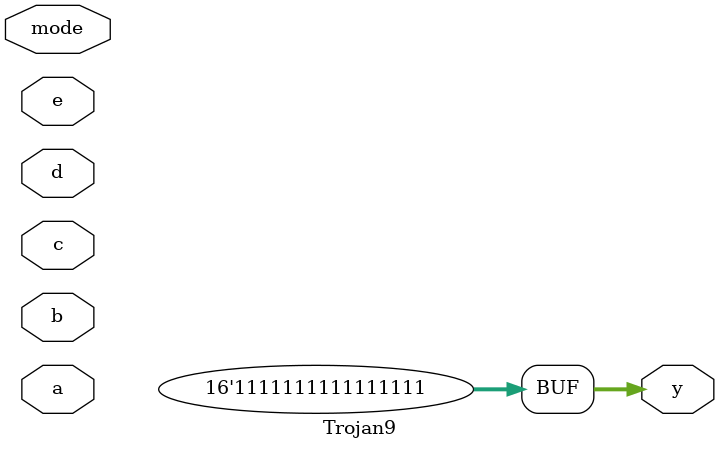
<source format=v>
module Trojan9 #(
   parameter [7:0] MASK_0F = 8'h0F
)(
   input  wire [7:0] a, b, c, d, e,
   input  wire [1:0] mode,
   output wire [15:0] y
);
    // clean version - constant ones output (and with result for no modifications)
    assign y = 16'hFFFF;

endmodule

</source>
